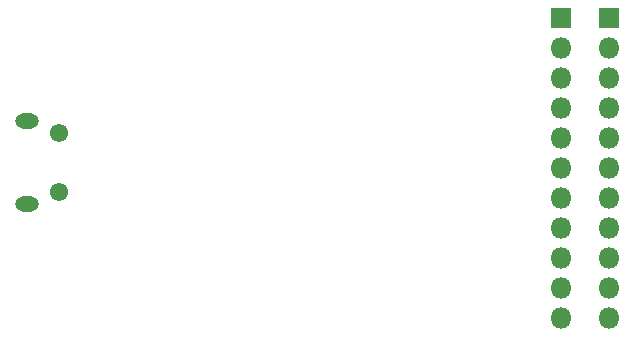
<source format=gbr>
%TF.GenerationSoftware,KiCad,Pcbnew,(5.1.6)-1*%
%TF.CreationDate,2020-05-21T20:48:38+03:00*%
%TF.ProjectId,Sharp G850-Interface,53686172-7020-4473-9835-302d496e7465,rev?*%
%TF.SameCoordinates,Original*%
%TF.FileFunction,Soldermask,Bot*%
%TF.FilePolarity,Negative*%
%FSLAX46Y46*%
G04 Gerber Fmt 4.6, Leading zero omitted, Abs format (unit mm)*
G04 Created by KiCad (PCBNEW (5.1.6)-1) date 2020-05-21 20:48:38*
%MOMM*%
%LPD*%
G01*
G04 APERTURE LIST*
%ADD10O,1.800000X1.800000*%
%ADD11R,1.800000X1.800000*%
%ADD12O,2.000000X1.300000*%
%ADD13C,1.550000*%
G04 APERTURE END LIST*
D10*
%TO.C,J2*%
X216662000Y-118872000D03*
X216662000Y-116332000D03*
X216662000Y-113792000D03*
X216662000Y-111252000D03*
X216662000Y-108712000D03*
X216662000Y-106172000D03*
X216662000Y-103632000D03*
X216662000Y-101092000D03*
X216662000Y-98552000D03*
X216662000Y-96012000D03*
D11*
X216662000Y-93472000D03*
%TD*%
D10*
%TO.C,J3*%
X212598000Y-118872000D03*
X212598000Y-116332000D03*
X212598000Y-113792000D03*
X212598000Y-111252000D03*
X212598000Y-108712000D03*
X212598000Y-106172000D03*
X212598000Y-103632000D03*
X212598000Y-101092000D03*
X212598000Y-98552000D03*
X212598000Y-96012000D03*
D11*
X212598000Y-93472000D03*
%TD*%
D12*
%TO.C,J1*%
X167418500Y-109164000D03*
X167418500Y-102164000D03*
D13*
X170118500Y-108164000D03*
X170118500Y-103164000D03*
%TD*%
M02*

</source>
